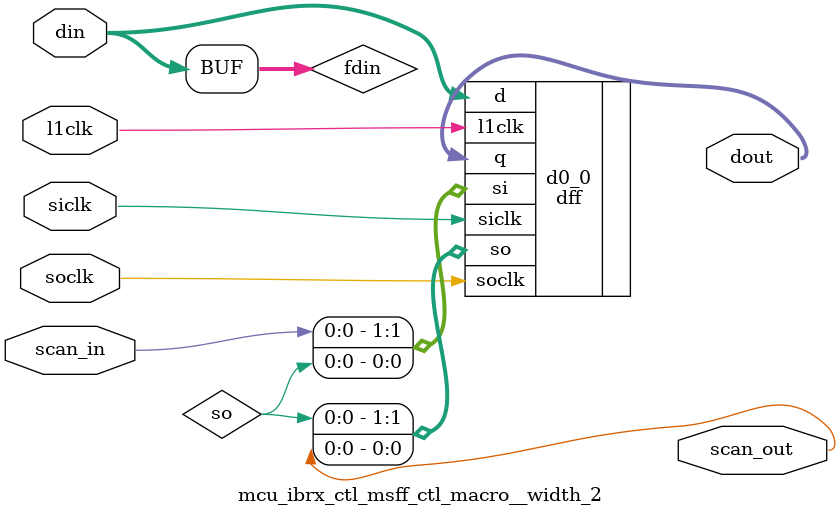
<source format=v>
`define DRIF_MCU_STATE_00  5'd0
`define DRIF_MCU_STATE_01  5'd1
`define DRIF_MCU_STATE_02  5'd2
`define DRIF_MCU_STATE_03  5'd3
`define DRIF_MCU_STATE_04  5'd4
`define DRIF_MCU_STATE_05  5'd5
`define DRIF_MCU_STATE_06  5'd6
`define DRIF_MCU_STATE_07  5'd7
`define DRIF_MCU_STATE_08  5'd8
`define DRIF_MCU_STATE_09  5'd9
`define DRIF_MCU_STATE_10  5'd10
`define DRIF_MCU_STATE_11  5'd11
`define DRIF_MCU_STATE_12  5'd12
`define DRIF_MCU_STATE_13  5'd13
`define DRIF_MCU_STATE_14  5'd14
`define DRIF_MCU_STATE_15  5'd15
`define DRIF_MCU_STATE_16  5'd16
`define DRIF_MCU_STATE_17  5'd17
`define DRIF_MCU_STATE_18  5'd18
`define DRIF_MCU_STATE_19  5'd19
`define DRIF_MCU_STATE_20  5'd20
`define DRIF_MCU_STATE_21  5'd21
`define DRIF_MCU_STATE_22  5'd22
`define DRIF_MCU_STATE_23  5'd23
`define DRIF_MCU_STATE_24  5'd24
`define DRIF_MCU_STATE_25  5'd25
`define DRIF_MCU_STATE_26  5'd26

`define DRIF_MCU_STATE_MAX 4
`define DRIF_MCU_STATE_WIDTH 5

`define UCB_READ_NACK        4'b0000    // ack/nack types
`define UCB_READ_ACK         4'b0001
`define UCB_WRITE_ACK        4'b0010
`define UCB_IFILL_ACK        4'b0011
`define UCB_IFILL_NACK       4'b0111

`define UCB_READ_REQ         4'b0100    // req types
`define UCB_WRITE_REQ        4'b0101
`define UCB_IFILL_REQ        4'b0110

`define UCB_INT              4'b1000    // plain interrupt
`define UCB_INT_VEC          4'b1100    // interrupt with vector
`define UCB_RESET_VEC        4'b1101    // reset with vector
`define UCB_IDLE_VEC         4'b1110    // idle with vector
`define UCB_RESUME_VEC       4'b1111    // resume with vector


//
// UCB Data Packet Format
// ======================
//
`define UCB_NOPAY_PKT_WIDTH   64        // packet without payload
`define UCB_64PAY_PKT_WIDTH  128        // packet with 64 bit payload
`define UCB_128PAY_PKT_WIDTH 192        // packet with 128 bit payload

`define UCB_DATA_EXT_HI      191        // (64) extended data
`define UCB_DATA_EXT_LO      128
`define UCB_DATA_HI          127        // (64) data
`define UCB_DATA_LO           64
`define UCB_RSV_HI            63        // (9) reserved bits
`define UCB_RSV_LO            55
`define UCB_ADDR_HI           54        // (40) bit address
`define UCB_ADDR_LO           15
`define UCB_SIZE_HI           14        // (3) request size
`define UCB_SIZE_LO           12
`define UCB_BUF_HI            11        // (2) buffer ID
`define UCB_BUF_LO            10
`define UCB_THR_HI             9        // (6) cpu/thread ID
`define UCB_THR_LO             4
`define UCB_PKT_HI             3        // (4) packet type
`define UCB_PKT_LO             0

`define UCB_DATA_EXT_WIDTH    64
`define UCB_DATA_WIDTH        64
`define UCB_RSV_WIDTH          9
`define UCB_ADDR_WIDTH        40 
`define UCB_SIZE_WIDTH         3
`define UCB_BUF_WIDTH          2
`define UCB_THR_WIDTH          6
`define UCB_PKT_WIDTH          4

// Size encoding for the UCB_SIZE_HI/LO field
// 000 - byte
// 001 - half-word
// 010 - word
// 011 - double-word
`define UCB_SIZE_1B          3'b000
`define UCB_SIZE_2B          3'b001
`define UCB_SIZE_4B          3'b010
`define UCB_SIZE_8B          3'b011
`define UCB_SIZE_16B         3'b100


//
// UCB Interrupt Packet Format
// ===========================
//
`define UCB_INT_PKT_WIDTH     64

`define UCB_INT_RSV_HI        63        // (7) reserved bits
`define UCB_INT_RSV_LO        57
`define UCB_INT_VEC_HI        56        // (6) interrupt vector
`define UCB_INT_VEC_LO        51
`define UCB_INT_STAT_HI       50        // (32) interrupt status
`define UCB_INT_STAT_LO       19
`define UCB_INT_DEV_HI        18        // (9) device ID
`define UCB_INT_DEV_LO        10
//`define UCB_THR_HI             9      // (6) cpu/thread ID shared with
//`define UCB_THR_LO             4             data packet format
//`define UCB_PKT_HI             3      // (4) packet type shared with
//`define UCB_PKT_LO             0      //     data packet format

`define UCB_INT_RSV_WIDTH      7
`define UCB_INT_VEC_WIDTH      6
`define UCB_INT_STAT_WIDTH    32
`define UCB_INT_DEV_WIDTH      9


`define MCU_CAS_BIT2_SEL_PA10 4'h1
`define MCU_CAS_BIT2_SEL_PA32 4'h2
`define MCU_CAS_BIT2_SEL_PA33 4'h4
`define MCU_CAS_BIT2_SEL_PA34 4'h8

`define MCU_CAS_BIT3_SEL_PA11 4'h1
`define MCU_CAS_BIT3_SEL_PA33 4'h2
`define MCU_CAS_BIT3_SEL_PA34 4'h4
`define MCU_CAS_BIT3_SEL_PA35 4'h8

`define MCU_CAS_BIT4_SEL_PA12 3'h1
`define MCU_CAS_BIT4_SEL_PA35 3'h2
`define MCU_CAS_BIT4_SEL_PA36 3'h4

`define MCU_DIMMHI_SEL_ZERO 6'h01
`define MCU_DIMMHI_SEL_PA32 6'h02
`define MCU_DIMMHI_SEL_PA33 6'h04
`define MCU_DIMMHI_SEL_PA34 6'h08
`define MCU_DIMMHI_SEL_PA35 6'h10
`define MCU_DIMMHI_SEL_PA36 6'h20

`define MCU_DIMMLO_SEL_ZERO 4'h1
`define MCU_DIMMLO_SEL_PA10 4'h2
`define MCU_DIMMLO_SEL_PA11 4'h4
`define MCU_DIMMLO_SEL_PA12 4'h8

`define MCU_RANK_SEL_ZERO 7'h01
`define MCU_RANK_SEL_PA32 7'h02
`define MCU_RANK_SEL_PA33 7'h04
`define MCU_RANK_SEL_PA34 7'h08
`define MCU_RANK_SEL_PA35 7'h10
`define MCU_RANK_SEL_PA10 7'h20
`define MCU_RANK_SEL_PA11 7'h40

`define MCU_ADDR_ERR_SEL_39_32 6'h01
`define MCU_ADDR_ERR_SEL_39_33 6'h02
`define MCU_ADDR_ERR_SEL_39_34 6'h04
`define MCU_ADDR_ERR_SEL_39_35 6'h08
`define MCU_ADDR_ERR_SEL_39_36 6'h10
`define MCU_ADDR_ERR_SEL_39_37 6'h20

`define DRIF_ERR_IDLE 0
`define DRIF_ERR_IDLE_ST 5'h1
`define DRIF_ERR_READ0 1
`define DRIF_ERR_READ0_ST 5'h2
`define DRIF_ERR_WRITE 2
`define DRIF_ERR_WRITE_ST 5'h4
`define DRIF_ERR_READ1 3
`define DRIF_ERR_READ1_ST 5'h8
`define DRIF_ERR_CRC_FR 4
`define DRIF_ERR_CRC_FR_ST 5'h10

`define MCU_WDQ_RF_DATA_WIDTH 72
`define MCU_WDQ_RF_ADDR_WIDTH 5
`define MCU_WDQ_RF_DEPTH 32

// FBDIMM header defines
`define FBD_TS0_HDR 12'hbfe
`define FBD_TS1_HDR 12'hffe
`define FBD_TS2_HDR 12'h7fe
`define FBD_TS3_HDR 12'h3fe

// MCU FBDIMM Channel commands
`define FBD_DRAM_CMD_NOP 3'h0
`define FBD_DRAM_CMD_OTHER 3'h1
`define FBD_DRAM_CMD_RD  3'h2
`define FBD_DRAM_CMD_WR  3'h3
`define FBD_DRAM_CMD_ACT 3'h4
`define FBD_DRAM_CMD_WDATA 3'h5

`define FBD_DRAM_CMD_OTHER_REF 3'h5
`define FBD_DRAM_CMD_OTHER_SRE 3'h4
`define FBD_DRAM_CMD_OTHER_PDE 3'h2
`define FBD_DRAM_CMD_OTHER_SRPDX 3'h3

`define FBD_CHNL_CMD_NOP   2'h0
`define FBD_CHNL_CMD_SYNC  2'h1
`define FBD_CHNL_CMD_SCRST 2'h2

`define FBDIC_ERR_IDLE_ST 7'h01
`define FBDIC_ERR_IDLE 0

`define FBDIC_ERR_STS_ST 7'h02
`define FBDIC_ERR_STS 1

`define FBDIC_ERR_SCRST_ST 7'h04
`define FBDIC_ERR_SCRST 2

`define FBDIC_ERR_SCRST_STS_ST 7'h08
`define FBDIC_ERR_SCRST_STS 3

`define FBDIC_ERR_STS2_ST 7'h10
`define FBDIC_ERR_STS2 4

`define FBDIC_ERR_FASTRST_ST 7'h20
`define FBDIC_ERR_FASTRST 5

`define FBDIC_ERR_FASTRST_STS_ST 7'h40
`define FBDIC_ERR_FASTRST_STS 6


// IBIST DEFINITION

`define L_2_0  12'h555
`define L_2_1  12'h555
`define L_4_0  12'h333
`define L_4_1  12'h333
`define L_6_0  12'h1c7
`define L_6_1  12'h1c7
`define L_8_0  12'h0f0
`define L_8_1  12'hf0f
`define L_24_0 12'h000
`define L_24_1 12'hfff

`define idle            4'h0

`define error_0         4'h1
`define error_1         4'h2

`define start1_0        4'h3
`define start1_1        4'h4
`define start2_0        4'h5
`define start2_1        4'h6

`define pat1_0          4'h7
`define pat1_1          4'h8

`define clkpat_0        4'h9
`define clkpat_1        4'ha

`define const_0         4'hb
`define const_1         4'hc

`define stop1_0         4'h1
`define stop1_1         4'h2

`define stop2_0         4'hd
`define stop2_1         4'he
`define error           4'hf

`define IBTX_STATE_IDLE 0
`define IBTX_STATE_PATT 1
`define IBTX_STATE_MODN 2
`define IBTX_STATE_CONST 3

`define IBRX_STATE_IDLE 0
`define IBRX_STATE_PATT 1
`define IBRX_STATE_MODN 2
`define IBRX_STATE_CONST 3



module mcu_ibrx_ctl (
  ibrx_done, 
  ibrx_rxerrstat, 
  ibrx_errcnt, 
  ibrx_errlnnum, 
  ibrx_errstat, 
  fbdic_nbfibportctl, 
  fbdic_nbfibpgctl, 
  fbdic_nbfibpattbuf1, 
  fbdic_nbfibrxmsk, 
  fbdic_nbfibrxshft, 
  fbdic_nbfibrxlnerr, 
  fbdic_nbfibpattbuf2, 
  fbdic_nbfibpatt2en, 
  fbdic_rxstart, 
  fbdic_ibrx_start_ld, 
  fbdic_nbfibportctl_en, 
  fbdic_errcnt_clr, 
  fbdic_errstat_clr, 
  ibist_rxdata, 
  scan_in, 
  tcu_aclk, 
  tcu_bclk, 
  tcu_scan_en, 
  l1clk, 
  scan_out);
wire siclk;
wire soclk;
wire se;
wire ibrx_autoinvswpen;
wire ibrx_stoponerr;
wire ibrx_loopcon;
wire ibrx_ovrloop_disable;
wire ibrx_ovrloopcnt_is_zero;
wire [5:0] ibrx_ovrloopcnt;
wire ibrx_ovrloopcnt_dec;
wire [4:0] ibrx_cnstgencnt;
wire [6:0] ibrx_modloopcnt;
wire [6:0] ibrx_pattloopcnt;
wire [5:0] ibrx_ovrloopcnt_in;
wire [3:0] ibrx_state;
wire ff_ovrloopcnt_scanin;
wire ff_ovrloopcnt_scanout;
wire ibrx_cnstgen_disable;
wire ibrx_cnstgencnt_dec;
wire ibrx_lo_bits_sel;
wire [4:0] ibrx_cnstgencnt_in;
wire ff_cnstgencnt_scanin;
wire ff_cnstgencnt_scanout;
wire ibrx_cnstgenset;
wire ibrx_modloop_disable;
wire ibrx_modloopcnt_dec;
wire [6:0] ibrx_modloopcnt_in;
wire ff_modloopcnt_scanin;
wire ff_modloopcnt_scanout;
wire [2:0] ibrx_modperiod;
wire ibrx_pattloop_disable;
wire ibrx_pattloopcnt_dec;
wire [6:0] ibrx_pattloopcnt_in;
wire ff_pattloopcnt_scanin;
wire ff_pattloopcnt_scanout;
wire [2:0] ibrx_ptgenord;
wire ibrx_ptgenord_pmc;
wire ibrx_ptgenord_pcm;
wire ibrx_ptgenord_mpc;
wire ibrx_ptgenord_mcp;
wire ibrx_ptgenord_cpm;
wire ibrx_ptgenord_cmp;
wire ibrx_idle_to_patt;
wire ibrx_idle_to_modn;
wire ibrx_idle_to_const;
wire ibrx_idle_to_idle;
wire ibrx_patt_to_patt;
wire ibrx_patt_to_modn;
wire ibrx_patt_to_const;
wire ibrx_patt_to_idle;
wire ibrx_modn_to_patt;
wire ibrx_modn_to_modn;
wire ibrx_modn_to_const;
wire ibrx_modn_to_idle;
wire ibrx_const_to_patt;
wire ibrx_const_to_modn;
wire ibrx_const_to_const;
wire ibrx_const_to_idle;
wire [13:0] ibrx_rxinvshft_in;
wire [13:0] ibrx_rxinvshft;
wire ff_rxinvshft_scanin;
wire ff_rxinvshft_scanout;
wire ibrx_lo_bits_sel_in;
wire ff_hiword_sel_scanin;
wire ff_hiword_sel_scanout;
wire ff_state_scanin;
wire ff_state_scanout;
wire [3:0] ibrx_state_in;
wire [3:0] ibrx_state_out;
wire [11:0] ibrx_modn_data;
wire [11:0] ibrx_patt1_data;
wire [11:0] ibrx_data;
wire [11:0] ibrx_data_l;
wire [11:0] ibrx_patt2_data;
wire [167:0] ibrx_rxdata;
wire ibrx_ibist_mode_in;
wire ibrx_ibist_mode;
wire ff_ibist_mode_scanin;
wire ff_ibist_mode_scanout;
wire [13:0] ibrx_rxerrstat_in;
wire ff_rxerrstat_scanin;
wire ff_rxerrstat_scanout;
wire [9:0] ibrx_errcnt_in;
wire ff_errcnt_scanin;
wire ff_errcnt_scanout;
wire [3:0] ibrx_first_err_lane;
wire [3:0] ibrx_errlnnum_in;
wire ff_errlnnum_scanin;
wire ff_errlnnum_scanout;
wire [1:0] ibrx_errstat_in;
wire ff_errstat_scanin;
wire ff_errstat_scanout;


output		ibrx_done;
output	[13:0]	ibrx_rxerrstat;
output	[9:0]	ibrx_errcnt;
output	[3:0]	ibrx_errlnnum;
output	[1:0]	ibrx_errstat;

input	[23:0]	fbdic_nbfibportctl;
input	[31:0]	fbdic_nbfibpgctl;
input	[23:0]	fbdic_nbfibpattbuf1;
input	[13:0]	fbdic_nbfibrxmsk;
input	[13:0]	fbdic_nbfibrxshft;
input	[13:0]	fbdic_nbfibrxlnerr;
input	[23:0]	fbdic_nbfibpattbuf2;
input	[13:0]	fbdic_nbfibpatt2en;
input		fbdic_rxstart;

input		fbdic_ibrx_start_ld;
input		fbdic_nbfibportctl_en;
input	[9:0]	fbdic_errcnt_clr;
input	[1:0]	fbdic_errstat_clr;

input	[167:0]	ibist_rxdata;

input 		scan_in ;
input		tcu_aclk ;
input		tcu_bclk ;
input		tcu_scan_en ;

input 		l1clk ;

output 		scan_out ;

assign siclk = tcu_aclk;
assign soclk = tcu_bclk;
assign se = tcu_scan_en;

wire [13:0] ibrx_lane_error;

// Port control register signals
assign ibrx_autoinvswpen = fbdic_nbfibportctl[5];
assign ibrx_stoponerr = fbdic_nbfibportctl[4];
assign ibrx_loopcon = fbdic_nbfibportctl[3];

// Pattern generation counters
assign ibrx_ovrloop_disable = fbdic_nbfibpgctl[31:26] == 6'h0;
assign ibrx_ovrloopcnt_is_zero = ibrx_ovrloopcnt[5:0] == 6'h0 & ~ibrx_loopcon;
assign ibrx_ovrloopcnt_dec = ibrx_cnstgencnt[4:0] == 5'h0 & ibrx_modloopcnt[6:0] == 7'h0 & 
				ibrx_pattloopcnt[6:0] == 7'h0 & (ibrx_ovrloopcnt[5:0] != 6'h0 | ibrx_loopcon);
assign ibrx_ovrloopcnt_in[5:0] = fbdic_rxstart | ibrx_cnstgencnt[4:0] == 5'h0 & 
						 ibrx_modloopcnt[6:0] == 7'h0 & 
						 ibrx_pattloopcnt[6:0] == 7'h0 & 
						 ibrx_ovrloopcnt[5:0] == 6'h0 & ~ibrx_state[`IBRX_STATE_IDLE] &
						 ibrx_loopcon ? fbdic_nbfibpgctl[31:26] - 6'h1 : 
						 ibrx_ovrloopcnt_dec ? ibrx_ovrloopcnt[5:0] - 6'h1 : ibrx_ovrloopcnt[5:0];
mcu_ibrx_ctl_msff_ctl_macro__width_6 ff_ovrloopcnt  (
	.scan_in(ff_ovrloopcnt_scanin),
	.scan_out(ff_ovrloopcnt_scanout),
	.din(ibrx_ovrloopcnt_in[5:0]),
	.dout(ibrx_ovrloopcnt[5:0]),
	.l1clk(l1clk),
  .siclk(siclk),
  .soclk(soclk));

// Constant generation
assign ibrx_cnstgen_disable = fbdic_nbfibpgctl[25:21] == 5'h0;
assign ibrx_cnstgencnt_dec = ibrx_state[`IBRX_STATE_CONST] & ibrx_lo_bits_sel;
assign ibrx_cnstgencnt_in[4:0] = fbdic_rxstart | ibrx_ovrloopcnt_dec ? fbdic_nbfibpgctl[25:21] : 
					ibrx_cnstgencnt_dec ? ibrx_cnstgencnt[4:0] - 5'h1 : ibrx_cnstgencnt[4:0];
mcu_ibrx_ctl_msff_ctl_macro__width_5 ff_cnstgencnt  (
	.scan_in(ff_cnstgencnt_scanin),
	.scan_out(ff_cnstgencnt_scanout),
	.din(ibrx_cnstgencnt_in[4:0]),
	.dout(ibrx_cnstgencnt[4:0]),
	.l1clk(l1clk),
  .siclk(siclk),
  .soclk(soclk));

assign ibrx_cnstgenset = fbdic_nbfibpgctl[20];

// Mod-N pattern
assign ibrx_modloop_disable = fbdic_nbfibpgctl[19:13] == 7'h0;
assign ibrx_modloopcnt_dec = ibrx_state[`IBRX_STATE_MODN] & ibrx_lo_bits_sel;
assign ibrx_modloopcnt_in[6:0] = fbdic_rxstart | ibrx_ovrloopcnt_dec ? fbdic_nbfibpgctl[19:13] : 
					ibrx_modloopcnt_dec ? ibrx_modloopcnt[6:0] - 7'h1 : ibrx_modloopcnt[6:0];
mcu_ibrx_ctl_msff_ctl_macro__width_7 ff_modloopcnt  (
	.scan_in(ff_modloopcnt_scanin),
	.scan_out(ff_modloopcnt_scanout),
	.din(ibrx_modloopcnt_in[6:0]),
	.dout(ibrx_modloopcnt[6:0]),
	.l1clk(l1clk),
  .siclk(siclk),
  .soclk(soclk));

assign ibrx_modperiod[2:0] = fbdic_nbfibpgctl[12:10];

// Pattern Register 1
assign ibrx_pattloop_disable = fbdic_nbfibpgctl[9:3] == 7'h0;
assign ibrx_pattloopcnt_dec = ibrx_state[`IBRX_STATE_PATT] & ibrx_lo_bits_sel;
assign ibrx_pattloopcnt_in[6:0] = fbdic_rxstart | ibrx_ovrloopcnt_dec ? fbdic_nbfibpgctl[9:3] : 
					ibrx_pattloopcnt_dec ? ibrx_pattloopcnt[6:0] - 7'h1 : ibrx_pattloopcnt[6:0];
mcu_ibrx_ctl_msff_ctl_macro__width_7 ff_pattloopcnt  (
	.scan_in(ff_pattloopcnt_scanin),
	.scan_out(ff_pattloopcnt_scanout),
	.din(ibrx_pattloopcnt_in[6:0]),
	.dout(ibrx_pattloopcnt[6:0]),
	.l1clk(l1clk),
  .siclk(siclk),
  .soclk(soclk));

// 
assign ibrx_ptgenord[2:0] = fbdic_nbfibpgctl[2:0];
assign ibrx_ptgenord_pmc = ibrx_ptgenord[2:0] == 3'h0;
assign ibrx_ptgenord_pcm = ibrx_ptgenord[2:0] == 3'h1;
assign ibrx_ptgenord_mpc = ibrx_ptgenord[2:0] == 3'h2;
assign ibrx_ptgenord_mcp = ibrx_ptgenord[2:0] == 3'h3;
assign ibrx_ptgenord_cpm = ibrx_ptgenord[2:0] == 3'h4;
assign ibrx_ptgenord_cmp = ibrx_ptgenord[2:0] == 3'h5;

// State machine arcs
// Idle/Start state
assign ibrx_idle_to_patt = ~ibrx_pattloop_disable & 
				(ibrx_ptgenord_pmc | ibrx_ptgenord_pcm |
				ibrx_ptgenord_mpc & ibrx_modloop_disable |
			    	ibrx_ptgenord_mcp & ibrx_cnstgen_disable & ibrx_modloop_disable |
			    	ibrx_ptgenord_cpm & ibrx_cnstgen_disable |
			    	ibrx_ptgenord_cmp & ibrx_cnstgen_disable & ibrx_modloop_disable);
assign ibrx_idle_to_modn = ~ibrx_modloop_disable & 
				(ibrx_ptgenord_mpc | ibrx_ptgenord_mcp |
				ibrx_ptgenord_pmc & ibrx_pattloop_disable | 
				ibrx_ptgenord_pcm & ibrx_pattloop_disable & ibrx_cnstgen_disable | 
				ibrx_ptgenord_cpm & ibrx_pattloop_disable & ibrx_cnstgen_disable | 
				ibrx_ptgenord_cmp & ibrx_cnstgen_disable);
assign ibrx_idle_to_const = ~ibrx_cnstgen_disable & 
				(ibrx_ptgenord_cpm | ibrx_ptgenord_cmp |
				ibrx_ptgenord_pmc & ibrx_pattloop_disable & ibrx_modloop_disable | 
				ibrx_ptgenord_pcm & ibrx_pattloop_disable | 
				ibrx_ptgenord_mpc & ibrx_modloop_disable & ibrx_pattloop_disable |
			    	ibrx_ptgenord_mcp & ibrx_modloop_disable);
assign ibrx_idle_to_idle = ibrx_pattloop_disable & ibrx_modloop_disable & ibrx_cnstgen_disable | ibrx_ovrloop_disable;

// Pattern state
assign ibrx_patt_to_patt = ibrx_modloop_disable & ibrx_cnstgen_disable & ~ibrx_ovrloopcnt_is_zero;
assign ibrx_patt_to_modn = ~ibrx_modloop_disable & 
				(ibrx_ptgenord_pmc | ibrx_ptgenord_cpm |
				ibrx_ptgenord_pcm & ibrx_cnstgen_disable |
				ibrx_ptgenord_mpc & ibrx_cnstgen_disable & ~ibrx_ovrloopcnt_is_zero |
				ibrx_ptgenord_mcp & ~ibrx_ovrloopcnt_is_zero |
				ibrx_ptgenord_cmp & ibrx_cnstgen_disable & ~ibrx_ovrloopcnt_is_zero);	
assign ibrx_patt_to_const = ~ibrx_cnstgen_disable &
				(ibrx_ptgenord_pmc & ibrx_modloop_disable | 
				ibrx_ptgenord_cpm & ibrx_modloop_disable & ~ibrx_ovrloopcnt_is_zero |
				ibrx_ptgenord_pcm |
				ibrx_ptgenord_mpc |
				ibrx_ptgenord_mcp & ibrx_modloop_disable & ~ibrx_ovrloopcnt_is_zero |
				ibrx_ptgenord_cmp & ~ibrx_ovrloopcnt_is_zero);
assign ibrx_patt_to_idle = ibrx_ovrloopcnt_is_zero &
				(ibrx_ptgenord_pmc & ibrx_cnstgen_disable & ibrx_modloop_disable | 
				ibrx_ptgenord_cpm & ibrx_modloop_disable |
				ibrx_ptgenord_pcm & ibrx_cnstgen_disable & ibrx_modloop_disable |
				ibrx_ptgenord_mpc & ibrx_cnstgen_disable |
				ibrx_ptgenord_mcp |
				ibrx_ptgenord_cmp);

// MOD-N state
assign ibrx_modn_to_patt = ~ibrx_pattloop_disable &
				(ibrx_ptgenord_pmc & ibrx_cnstgen_disable & ~ibrx_ovrloopcnt_is_zero | 
				ibrx_ptgenord_cpm & ibrx_cnstgen_disable & ~ibrx_ovrloopcnt_is_zero |
				ibrx_ptgenord_pcm & ~ibrx_ovrloopcnt_is_zero |
				ibrx_ptgenord_mpc |
				ibrx_ptgenord_mcp & ibrx_cnstgen_disable |
				ibrx_ptgenord_cmp);
assign ibrx_modn_to_modn = ~ibrx_modloop_disable & ibrx_cnstgen_disable & ibrx_pattloop_disable;
assign ibrx_modn_to_const = ~ibrx_cnstgen_disable &
				(ibrx_ptgenord_pmc | 
				ibrx_ptgenord_mcp |
				ibrx_ptgenord_cpm & ~ibrx_ovrloopcnt_is_zero |
				ibrx_ptgenord_pcm & ~ibrx_ovrloopcnt_is_zero & ibrx_pattloop_disable |
				ibrx_ptgenord_mpc & ibrx_pattloop_disable|
				ibrx_ptgenord_cmp & ~ibrx_ovrloopcnt_is_zero & ibrx_pattloop_disable);
assign ibrx_modn_to_idle = ibrx_ovrloopcnt_is_zero &
				(ibrx_ptgenord_pmc & ibrx_cnstgen_disable | 
				ibrx_ptgenord_cpm |
				ibrx_ptgenord_pcm |
				ibrx_ptgenord_mpc & ibrx_cnstgen_disable & ibrx_pattloop_disable |
				ibrx_ptgenord_mcp & ibrx_cnstgen_disable & ibrx_pattloop_disable |
				ibrx_ptgenord_cmp & ibrx_pattloop_disable);

// Constant state
assign ibrx_const_to_patt = ~ibrx_pattloop_disable &
				(ibrx_ptgenord_pmc & ~ibrx_ovrloopcnt_is_zero | 
				ibrx_ptgenord_cpm |
				ibrx_ptgenord_pcm & ~ibrx_ovrloopcnt_is_zero & ibrx_modloop_disable |
				ibrx_ptgenord_mpc & ~ibrx_ovrloopcnt_is_zero & ibrx_modloop_disable |
				ibrx_ptgenord_mcp |
				ibrx_ptgenord_cmp & ibrx_modloop_disable);
assign ibrx_const_to_modn = ~ibrx_modloop_disable &
				(ibrx_ptgenord_pmc & ~ibrx_ovrloopcnt_is_zero & ibrx_pattloop_disable | 
				ibrx_ptgenord_cpm & ibrx_pattloop_disable |
				ibrx_ptgenord_pcm |
				ibrx_ptgenord_mpc & ~ibrx_ovrloopcnt_is_zero |
				ibrx_ptgenord_mcp & ~ibrx_ovrloopcnt_is_zero & ibrx_pattloop_disable |
				ibrx_ptgenord_cmp);
assign ibrx_const_to_const = ~ibrx_ovrloopcnt_is_zero & ibrx_modloop_disable & ibrx_pattloop_disable;
assign ibrx_const_to_idle = ibrx_ovrloopcnt_is_zero &
				(ibrx_ptgenord_pmc | 
				ibrx_ptgenord_cpm & ibrx_modloop_disable & ibrx_pattloop_disable |
				ibrx_ptgenord_pcm & ibrx_modloop_disable |
				ibrx_ptgenord_mpc |
				ibrx_ptgenord_mcp & ibrx_pattloop_disable |
				ibrx_ptgenord_cmp & ibrx_modloop_disable & ibrx_pattloop_disable);

// inversion shift register
assign ibrx_rxinvshft_in[13:0] = fbdic_rxstart ? fbdic_nbfibrxshft[13:0] : 
				ibrx_ovrloopcnt_dec & ibrx_autoinvswpen ? 
					{ibrx_rxinvshft[12:0],ibrx_rxinvshft[13]} : ibrx_rxinvshft[13:0];
mcu_ibrx_ctl_msff_ctl_macro__width_14 ff_rxinvshft  (
	.scan_in(ff_rxinvshft_scanin),
	.scan_out(ff_rxinvshft_scanout),
	.din(ibrx_rxinvshft_in[13:0]),
	.dout(ibrx_rxinvshft[13:0]),
	.l1clk(l1clk),
  .siclk(siclk),
  .soclk(soclk));

// Bit to select between high and low 12 bits of pattern data
assign ibrx_lo_bits_sel_in = ~ibrx_state[`IBRX_STATE_IDLE] & ~ibrx_lo_bits_sel;
mcu_ibrx_ctl_msff_ctl_macro ff_hiword_sel (
	.scan_in(ff_hiword_sel_scanin),
	.scan_out(ff_hiword_sel_scanout),
	.din(ibrx_lo_bits_sel_in),
	.dout(ibrx_lo_bits_sel),
	.l1clk(l1clk),
  .siclk(siclk),
  .soclk(soclk));

// state machine
reg [3:0] ibrx_state_next;

// 0in one_hot -var ibrx_state[3:0]
mcu_ibrx_ctl_msff_ctl_macro__width_4 ff_state  (
	.scan_in(ff_state_scanin),
	.scan_out(ff_state_scanout),
	.din(ibrx_state_in[3:0]),
	.dout(ibrx_state_out[3:0]),
	.l1clk(l1clk),
  .siclk(siclk),
  .soclk(soclk));

assign ibrx_state_in[3:0] = ibrx_state_next[3:0] ^ 4'h1;
assign ibrx_state[3:0] = ibrx_state_out[3:0] ^ 4'h1;

always @(ibrx_state or ibrx_idle_to_const or ibrx_idle_to_modn or ibrx_idle_to_patt or ibrx_idle_to_idle
	 or ibrx_patt_to_const or ibrx_patt_to_modn or ibrx_patt_to_patt or ibrx_patt_to_idle
	 or ibrx_const_to_const or ibrx_const_to_modn or ibrx_const_to_patt or ibrx_const_to_idle
	 or ibrx_modn_to_const or ibrx_modn_to_modn or ibrx_modn_to_patt or ibrx_modn_to_idle
	 or ibrx_cnstgencnt or ibrx_modloopcnt or ibrx_pattloopcnt or ibrx_lo_bits_sel or fbdic_rxstart
	 or ibrx_lane_error or ibrx_stoponerr) 
begin

	ibrx_state_next[3:0] = 4'h0;

	case (1'b1)
	ibrx_state[`IBRX_STATE_IDLE]: begin
		if (fbdic_rxstart) begin
			ibrx_state_next[3:0] = {ibrx_idle_to_const, ibrx_idle_to_modn, 
						ibrx_idle_to_patt, ibrx_idle_to_idle};
		end
		else begin
			ibrx_state_next[`IBRX_STATE_IDLE] = 1'b1;
		end	
	end
	ibrx_state[`IBRX_STATE_CONST]: begin
		if (|ibrx_lane_error[13:0] & ibrx_stoponerr) begin
			ibrx_state_next[`IBRX_STATE_IDLE] = 1'b1;
		end 
		else if (ibrx_cnstgencnt[4:0] == 5'h1 & ibrx_lo_bits_sel) begin
			ibrx_state_next[3:0] = {ibrx_const_to_const, ibrx_const_to_modn, 
						ibrx_const_to_patt, ibrx_const_to_idle};
		end
		else begin
			ibrx_state_next[`IBRX_STATE_CONST] = 1'b1;
		end
	end
	ibrx_state[`IBRX_STATE_MODN]: begin
		if (|ibrx_lane_error[13:0] & ibrx_stoponerr) begin
			ibrx_state_next[`IBRX_STATE_IDLE] = 1'b1;
		end 
		else if (ibrx_modloopcnt[6:0] == 7'h1 & ibrx_lo_bits_sel) begin
			ibrx_state_next[3:0] = {ibrx_modn_to_const, ibrx_modn_to_modn, 
						ibrx_modn_to_patt, ibrx_modn_to_idle};
		end
		else begin
			ibrx_state_next[`IBRX_STATE_MODN] = 1'b1;
		end
	end
	ibrx_state[`IBRX_STATE_PATT]: begin
		if (|ibrx_lane_error[13:0] & ibrx_stoponerr) begin
			ibrx_state_next[`IBRX_STATE_IDLE] = 1'b1;
		end 
		else if (ibrx_pattloopcnt[6:0] == 7'h1 & ibrx_lo_bits_sel) begin
			ibrx_state_next[3:0] = {ibrx_patt_to_const, ibrx_patt_to_modn, 
						ibrx_patt_to_patt, ibrx_patt_to_idle};
		end
		else begin
			ibrx_state_next[`IBRX_STATE_PATT] = 1'b1;
		end
	end
	default: ;
	endcase
end

assign ibrx_done = ~ibrx_state[0] & ibrx_state_next[0];

assign ibrx_modn_data[11:0] =   {12{ibrx_modperiod[2:0] == 3'h1}} & 12'h555 |
				{12{ibrx_modperiod[2:0] == 3'h2}} & 12'h333 |
				{12{ibrx_modperiod[2:0] == 3'h3}} & 12'h1c7 |
				{12{ibrx_modperiod[2:0] == 3'h4}} & (ibrx_lo_bits_sel ? 12'hf0f : 12'h0f0) |
				{12{ibrx_modperiod[2:0] == 3'h6}} & (ibrx_lo_bits_sel ? 12'hfff : 12'h000);

assign ibrx_patt1_data[11:0] = ibrx_lo_bits_sel ? fbdic_nbfibpattbuf1[11:0] : fbdic_nbfibpattbuf1[23:12];

assign ibrx_data[11:0] = {12{ibrx_state[`IBRX_STATE_CONST]}} & {12{ibrx_cnstgenset}} |
			 {12{ibrx_state[`IBRX_STATE_PATT]}}  & ibrx_patt1_data[11:0] |
			 {12{ibrx_state[`IBRX_STATE_MODN]}}  & ibrx_modn_data[11:0];
assign ibrx_data_l[11:0] = ~ibrx_data[11:0];

assign ibrx_patt2_data[11:0] = ibrx_lo_bits_sel ? fbdic_nbfibpattbuf2[11:0] : fbdic_nbfibpattbuf2[23:12];

// Expected receive data
assign ibrx_rxdata[167:156] = {12{fbdic_nbfibrxmsk[13]}} & (fbdic_nbfibpatt2en[13] ? ibrx_patt2_data[11:0] :
							ibrx_rxinvshft[13] ? ibrx_data_l[11:0] : ibrx_data[11:0]);
assign ibrx_rxdata[155:144] = {12{fbdic_nbfibrxmsk[12]}} & (fbdic_nbfibpatt2en[12] ? ibrx_patt2_data[11:0] :
							ibrx_rxinvshft[12] ? ibrx_data_l[11:0] : ibrx_data[11:0]);
assign ibrx_rxdata[143:132] = {12{fbdic_nbfibrxmsk[11]}} & (fbdic_nbfibpatt2en[11] ? ibrx_patt2_data[11:0] :
							ibrx_rxinvshft[11] ? ibrx_data_l[11:0] : ibrx_data[11:0]);
assign ibrx_rxdata[131:120] = {12{fbdic_nbfibrxmsk[10]}} & (fbdic_nbfibpatt2en[10] ? ibrx_patt2_data[11:0] :
							ibrx_rxinvshft[10] ? ibrx_data_l[11:0] : ibrx_data[11:0]);
assign ibrx_rxdata[119:108] = {12{fbdic_nbfibrxmsk[9]}} & (fbdic_nbfibpatt2en[9] ? ibrx_patt2_data[11:0] :
							ibrx_rxinvshft[9] ? ibrx_data_l[11:0] : ibrx_data[11:0]);
assign ibrx_rxdata[107:96] = {12{fbdic_nbfibrxmsk[8]}} & (fbdic_nbfibpatt2en[8] ? ibrx_patt2_data[11:0] :
							ibrx_rxinvshft[8] ? ibrx_data_l[11:0] : ibrx_data[11:0]);
assign ibrx_rxdata[95:84] = {12{fbdic_nbfibrxmsk[7]}} & (fbdic_nbfibpatt2en[7] ? ibrx_patt2_data[11:0] :
							ibrx_rxinvshft[7] ? ibrx_data_l[11:0] : ibrx_data[11:0]);
assign ibrx_rxdata[83:72] = {12{fbdic_nbfibrxmsk[6]}} & (fbdic_nbfibpatt2en[6] ? ibrx_patt2_data[11:0] :
							ibrx_rxinvshft[6] ? ibrx_data_l[11:0] : ibrx_data[11:0]);
assign ibrx_rxdata[71:60] = {12{fbdic_nbfibrxmsk[5]}} & (fbdic_nbfibpatt2en[5] ? ibrx_patt2_data[11:0] :
							ibrx_rxinvshft[5] ? ibrx_data_l[11:0] : ibrx_data[11:0]);
assign ibrx_rxdata[59:48] = {12{fbdic_nbfibrxmsk[4]}} & (fbdic_nbfibpatt2en[4] ? ibrx_patt2_data[11:0] :
							ibrx_rxinvshft[4] ? ibrx_data_l[11:0] : ibrx_data[11:0]);
assign ibrx_rxdata[47:36] = {12{fbdic_nbfibrxmsk[3]}} & (fbdic_nbfibpatt2en[3] ? ibrx_patt2_data[11:0] :
							ibrx_rxinvshft[3] ? ibrx_data_l[11:0] : ibrx_data[11:0]);
assign ibrx_rxdata[35:24] = {12{fbdic_nbfibrxmsk[2]}} & (fbdic_nbfibpatt2en[2] ? ibrx_patt2_data[11:0] :
							ibrx_rxinvshft[2] ? ibrx_data_l[11:0] : ibrx_data[11:0]);
assign ibrx_rxdata[23:12] = {12{fbdic_nbfibrxmsk[1]}} & (fbdic_nbfibpatt2en[1] ? ibrx_patt2_data[11:0] :
							ibrx_rxinvshft[1] ? ibrx_data_l[11:0] : ibrx_data[11:0]);
assign ibrx_rxdata[11:0] = {12{fbdic_nbfibrxmsk[0]}} & (fbdic_nbfibpatt2en[0] ? ibrx_patt2_data[11:0] :
							ibrx_rxinvshft[0] ? ibrx_data_l[11:0] : ibrx_data[11:0]);

assign ibrx_ibist_mode_in = fbdic_rxstart ? 1'b1 : ibrx_done ? 1'b0 : ibrx_ibist_mode;

mcu_ibrx_ctl_msff_ctl_macro ff_ibist_mode (
	.scan_in(ff_ibist_mode_scanin),
	.scan_out(ff_ibist_mode_scanout),
	.din(ibrx_ibist_mode_in),
	.dout(ibrx_ibist_mode),
	.l1clk(l1clk),
  .siclk(siclk),
  .soclk(soclk));

// Compare expected receive data against actual receive data
assign ibrx_lane_error[13] = ibist_rxdata[167:156] != ibrx_rxdata[167:156] & ibrx_ibist_mode & fbdic_nbfibrxmsk[13];
assign ibrx_lane_error[12] = ibist_rxdata[155:144] != ibrx_rxdata[155:144] & ibrx_ibist_mode & fbdic_nbfibrxmsk[12];
assign ibrx_lane_error[11] = ibist_rxdata[143:132] != ibrx_rxdata[143:132] & ibrx_ibist_mode & fbdic_nbfibrxmsk[11];
assign ibrx_lane_error[10] = ibist_rxdata[131:120] != ibrx_rxdata[131:120] & ibrx_ibist_mode & fbdic_nbfibrxmsk[10];
assign ibrx_lane_error[9] = ibist_rxdata[119:108] != ibrx_rxdata[119:108] & ibrx_ibist_mode & fbdic_nbfibrxmsk[9];
assign ibrx_lane_error[8] = ibist_rxdata[107:96] != ibrx_rxdata[107:96] & ibrx_ibist_mode & fbdic_nbfibrxmsk[8];
assign ibrx_lane_error[7] = ibist_rxdata[95:84] != ibrx_rxdata[95:84] & ibrx_ibist_mode & fbdic_nbfibrxmsk[7];
assign ibrx_lane_error[6] = ibist_rxdata[83:72] != ibrx_rxdata[83:72] & ibrx_ibist_mode & fbdic_nbfibrxmsk[6];
assign ibrx_lane_error[5] = ibist_rxdata[71:60] != ibrx_rxdata[71:60] & ibrx_ibist_mode & fbdic_nbfibrxmsk[5];
assign ibrx_lane_error[4] = ibist_rxdata[59:48] != ibrx_rxdata[59:48] & ibrx_ibist_mode & fbdic_nbfibrxmsk[4];
assign ibrx_lane_error[3] = ibist_rxdata[47:36] != ibrx_rxdata[47:36] & ibrx_ibist_mode & fbdic_nbfibrxmsk[3];
assign ibrx_lane_error[2] = ibist_rxdata[35:24] != ibrx_rxdata[35:24] & ibrx_ibist_mode & fbdic_nbfibrxmsk[2];
assign ibrx_lane_error[1] = ibist_rxdata[23:12] != ibrx_rxdata[23:12] & ibrx_ibist_mode & fbdic_nbfibrxmsk[1];
assign ibrx_lane_error[0] = ibist_rxdata[11:0] != ibrx_rxdata[11:0] & ibrx_ibist_mode & fbdic_nbfibrxmsk[0];

assign ibrx_rxerrstat_in[13:0] = fbdic_ibrx_start_ld ? 14'h0 : ibrx_lane_error[13:0] | ibrx_rxerrstat[13:0];

mcu_ibrx_ctl_msff_ctl_macro__width_14 ff_rxerrstat  (
	.scan_in(ff_rxerrstat_scanin),
	.scan_out(ff_rxerrstat_scanout),
	.din(ibrx_rxerrstat_in[13:0]),
	.dout(ibrx_rxerrstat[13:0]),
	.l1clk(l1clk),
  .siclk(siclk),
  .soclk(soclk));

// Total number of errors on channel
assign ibrx_errcnt_in[9:0] = fbdic_ibrx_start_ld ? 10'h0 :
			     ibrx_ibist_mode ? ibrx_errcnt[9:0] + {9'h0,ibrx_lane_error[0]}
								+ {9'h0,ibrx_lane_error[1]}
								+ {9'h0,ibrx_lane_error[2]}
								+ {9'h0,ibrx_lane_error[3]}
								+ {9'h0,ibrx_lane_error[4]}
								+ {9'h0,ibrx_lane_error[5]}
								+ {9'h0,ibrx_lane_error[6]}
								+ {9'h0,ibrx_lane_error[7]}
								+ {9'h0,ibrx_lane_error[8]}
								+ {9'h0,ibrx_lane_error[9]}
								+ {9'h0,ibrx_lane_error[10]}
								+ {9'h0,ibrx_lane_error[11]}
								+ {9'h0,ibrx_lane_error[12]}
								+ {9'h0,ibrx_lane_error[13]} : 
			     fbdic_nbfibportctl_en ? ibrx_errcnt[9:0] & ~fbdic_errcnt_clr[9:0] : ibrx_errcnt[9:0];

mcu_ibrx_ctl_msff_ctl_macro__width_10 ff_errcnt  (
	.scan_in(ff_errcnt_scanin),
	.scan_out(ff_errcnt_scanout),
	.din(ibrx_errcnt_in[9:0]),
	.dout(ibrx_errcnt[9:0]),
	.l1clk(l1clk),
  .siclk(siclk),
  .soclk(soclk));

// First lane to have an error
assign ibrx_first_err_lane[3:0] = ibrx_lane_error[13] ? 4'hd :
					ibrx_lane_error[12] ? 4'hc :
					ibrx_lane_error[11] ? 4'hb :
					ibrx_lane_error[10] ? 4'ha :
					ibrx_lane_error[9] ? 4'h9 :
					ibrx_lane_error[8] ? 4'h8 :
					ibrx_lane_error[7] ? 4'h7 :
					ibrx_lane_error[6] ? 4'h6 :
					ibrx_lane_error[5] ? 4'h5 :
					ibrx_lane_error[4] ? 4'h4 :
					ibrx_lane_error[3] ? 4'h3 :
					ibrx_lane_error[2] ? 4'h2 :
					ibrx_lane_error[1] ? 4'h1 : 4'h0;
					
assign ibrx_errlnnum_in[3:0] = fbdic_ibrx_start_ld ? 4'h0 :
			     	ibrx_ibist_mode & ibrx_rxerrstat[13:0] == 14'h0 ? ibrx_first_err_lane[3:0] : 
					ibrx_errlnnum[3:0];
mcu_ibrx_ctl_msff_ctl_macro__width_4 ff_errlnnum  (
	.scan_in(ff_errlnnum_scanin),
	.scan_out(ff_errlnnum_scanout),
	.din(ibrx_errlnnum_in[3:0]),
	.dout(ibrx_errlnnum[3:0]),
	.l1clk(l1clk),
  .siclk(siclk),
  .soclk(soclk));

// Error state:
// 00: No error
// 01: Did not receive first start delimiter
// 10: Transmition error
// 11: reserved
assign ibrx_errstat_in[1:0] = fbdic_ibrx_start_ld ? 2'h1 :
				fbdic_rxstart ? 2'h0 : 
				|ibrx_lane_error[13:0] ? 2'h2 : 
				fbdic_nbfibportctl_en ? ibrx_errstat[1:0] & ~fbdic_errstat_clr[1:0] : ibrx_errstat[1:0];

mcu_ibrx_ctl_msff_ctl_macro__width_2 ff_errstat  (
	.scan_in(ff_errstat_scanin),
	.scan_out(ff_errstat_scanout),
	.din(ibrx_errstat_in[1:0]),
	.dout(ibrx_errstat[1:0]),
	.l1clk(l1clk),
  .siclk(siclk),
  .soclk(soclk));

// fixscan start:
assign ff_ovrloopcnt_scanin      = scan_in                  ;
assign ff_cnstgencnt_scanin      = ff_ovrloopcnt_scanout    ;
assign ff_modloopcnt_scanin      = ff_cnstgencnt_scanout    ;
assign ff_pattloopcnt_scanin     = ff_modloopcnt_scanout    ;
assign ff_rxinvshft_scanin       = ff_pattloopcnt_scanout   ;
assign ff_hiword_sel_scanin      = ff_rxinvshft_scanout     ;
assign ff_state_scanin           = ff_hiword_sel_scanout    ;
assign ff_ibist_mode_scanin      = ff_state_scanout         ;
assign ff_rxerrstat_scanin       = ff_ibist_mode_scanout    ;
assign ff_errcnt_scanin          = ff_rxerrstat_scanout     ;
assign ff_errlnnum_scanin        = ff_errcnt_scanout        ;
assign ff_errstat_scanin         = ff_errlnnum_scanout      ;
assign scan_out                  = ff_errstat_scanout       ;
// fixscan end:
endmodule






// any PARAMS parms go into naming of macro

module mcu_ibrx_ctl_msff_ctl_macro__width_6 (
  din, 
  l1clk, 
  scan_in, 
  siclk, 
  soclk, 
  dout, 
  scan_out);
wire [5:0] fdin;
wire [4:0] so;

  input [5:0] din;
  input l1clk;
  input scan_in;


  input siclk;
  input soclk;

  output [5:0] dout;
  output scan_out;
assign fdin[5:0] = din[5:0];






dff #(6)  d0_0 (
.l1clk(l1clk),
.siclk(siclk),
.soclk(soclk),
.d(fdin[5:0]),
.si({scan_in,so[4:0]}),
.so({so[4:0],scan_out}),
.q(dout[5:0])
);












endmodule













// any PARAMS parms go into naming of macro

module mcu_ibrx_ctl_msff_ctl_macro__width_5 (
  din, 
  l1clk, 
  scan_in, 
  siclk, 
  soclk, 
  dout, 
  scan_out);
wire [4:0] fdin;
wire [3:0] so;

  input [4:0] din;
  input l1clk;
  input scan_in;


  input siclk;
  input soclk;

  output [4:0] dout;
  output scan_out;
assign fdin[4:0] = din[4:0];






dff #(5)  d0_0 (
.l1clk(l1clk),
.siclk(siclk),
.soclk(soclk),
.d(fdin[4:0]),
.si({scan_in,so[3:0]}),
.so({so[3:0],scan_out}),
.q(dout[4:0])
);












endmodule













// any PARAMS parms go into naming of macro

module mcu_ibrx_ctl_msff_ctl_macro__width_7 (
  din, 
  l1clk, 
  scan_in, 
  siclk, 
  soclk, 
  dout, 
  scan_out);
wire [6:0] fdin;
wire [5:0] so;

  input [6:0] din;
  input l1clk;
  input scan_in;


  input siclk;
  input soclk;

  output [6:0] dout;
  output scan_out;
assign fdin[6:0] = din[6:0];






dff #(7)  d0_0 (
.l1clk(l1clk),
.siclk(siclk),
.soclk(soclk),
.d(fdin[6:0]),
.si({scan_in,so[5:0]}),
.so({so[5:0],scan_out}),
.q(dout[6:0])
);












endmodule













// any PARAMS parms go into naming of macro

module mcu_ibrx_ctl_msff_ctl_macro__width_14 (
  din, 
  l1clk, 
  scan_in, 
  siclk, 
  soclk, 
  dout, 
  scan_out);
wire [13:0] fdin;
wire [12:0] so;

  input [13:0] din;
  input l1clk;
  input scan_in;


  input siclk;
  input soclk;

  output [13:0] dout;
  output scan_out;
assign fdin[13:0] = din[13:0];






dff #(14)  d0_0 (
.l1clk(l1clk),
.siclk(siclk),
.soclk(soclk),
.d(fdin[13:0]),
.si({scan_in,so[12:0]}),
.so({so[12:0],scan_out}),
.q(dout[13:0])
);












endmodule













// any PARAMS parms go into naming of macro

module mcu_ibrx_ctl_msff_ctl_macro (
  din, 
  l1clk, 
  scan_in, 
  siclk, 
  soclk, 
  dout, 
  scan_out);
wire [0:0] fdin;

  input [0:0] din;
  input l1clk;
  input scan_in;


  input siclk;
  input soclk;

  output [0:0] dout;
  output scan_out;
assign fdin[0:0] = din[0:0];






dff #(1)  d0_0 (
.l1clk(l1clk),
.siclk(siclk),
.soclk(soclk),
.d(fdin[0:0]),
.si(scan_in),
.so(scan_out),
.q(dout[0:0])
);












endmodule













// any PARAMS parms go into naming of macro

module mcu_ibrx_ctl_msff_ctl_macro__width_4 (
  din, 
  l1clk, 
  scan_in, 
  siclk, 
  soclk, 
  dout, 
  scan_out);
wire [3:0] fdin;
wire [2:0] so;

  input [3:0] din;
  input l1clk;
  input scan_in;


  input siclk;
  input soclk;

  output [3:0] dout;
  output scan_out;
assign fdin[3:0] = din[3:0];






dff #(4)  d0_0 (
.l1clk(l1clk),
.siclk(siclk),
.soclk(soclk),
.d(fdin[3:0]),
.si({scan_in,so[2:0]}),
.so({so[2:0],scan_out}),
.q(dout[3:0])
);












endmodule













// any PARAMS parms go into naming of macro

module mcu_ibrx_ctl_msff_ctl_macro__width_10 (
  din, 
  l1clk, 
  scan_in, 
  siclk, 
  soclk, 
  dout, 
  scan_out);
wire [9:0] fdin;
wire [8:0] so;

  input [9:0] din;
  input l1clk;
  input scan_in;


  input siclk;
  input soclk;

  output [9:0] dout;
  output scan_out;
assign fdin[9:0] = din[9:0];






dff #(10)  d0_0 (
.l1clk(l1clk),
.siclk(siclk),
.soclk(soclk),
.d(fdin[9:0]),
.si({scan_in,so[8:0]}),
.so({so[8:0],scan_out}),
.q(dout[9:0])
);












endmodule













// any PARAMS parms go into naming of macro

module mcu_ibrx_ctl_msff_ctl_macro__width_2 (
  din, 
  l1clk, 
  scan_in, 
  siclk, 
  soclk, 
  dout, 
  scan_out);
wire [1:0] fdin;
wire [0:0] so;

  input [1:0] din;
  input l1clk;
  input scan_in;


  input siclk;
  input soclk;

  output [1:0] dout;
  output scan_out;
assign fdin[1:0] = din[1:0];






dff #(2)  d0_0 (
.l1clk(l1clk),
.siclk(siclk),
.soclk(soclk),
.d(fdin[1:0]),
.si({scan_in,so[0:0]}),
.so({so[0:0],scan_out}),
.q(dout[1:0])
);












endmodule









</source>
